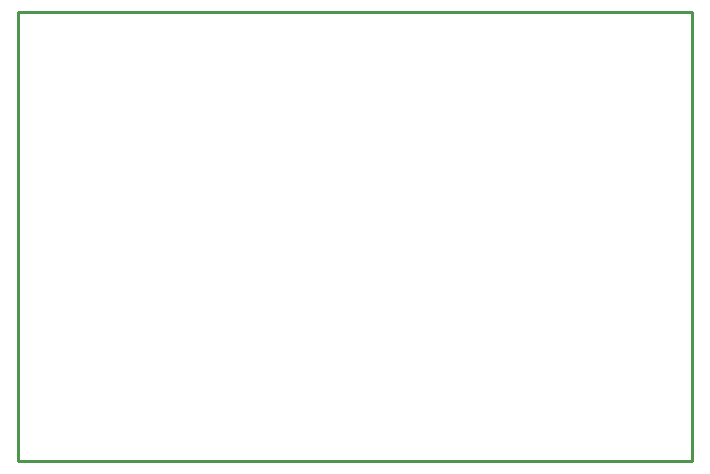
<source format=gko>
G04 Layer: BoardOutlineLayer*
G04 EasyEDA v6.5.50, 2025-05-02 13:44:32*
G04 9c8b662e0eda49d2b6f133a678b52552,4ea17189a5af4923b0f09c00d4425dfb,10*
G04 Gerber Generator version 0.2*
G04 Scale: 100 percent, Rotated: No, Reflected: No *
G04 Dimensions in millimeters *
G04 leading zeros omitted , absolute positions ,4 integer and 5 decimal *
%FSLAX45Y45*%
%MOMM*%

%ADD10C,0.2540*%
%ADD11C,0.0105*%
D10*
X699998Y6499987D02*
G01*
X6399987Y6499987D01*
X6399987Y2699994D01*
X699998Y2699994D01*
X699998Y6499987D01*

%LPD*%
M02*

</source>
